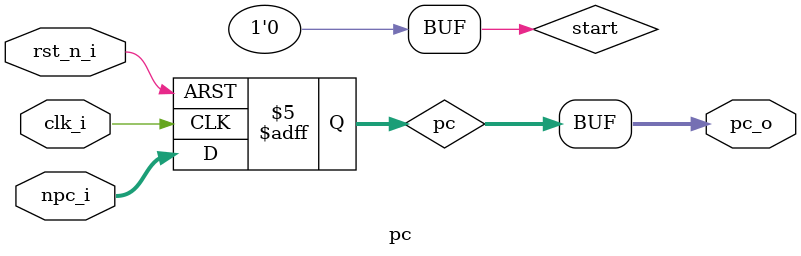
<source format=v>
`timescale 1ns / 1ps


module pc(
    input   wire        clk_i,
    input   wire        rst_n_i,
    input   wire [31:0] npc_i,
    output  wire [31:0] pc_o
    );

parameter pc_initial = 32'hffff_fffc;
reg [31:0] pc = pc_initial;   
reg start = 1'b0; 

assign pc_o = pc;

always @ (posedge clk_i or negedge rst_n_i) begin
    if(~rst_n_i) begin
        pc <= pc_initial;
    end
    else begin
        pc <= npc_i;
    end
end

endmodule

</source>
